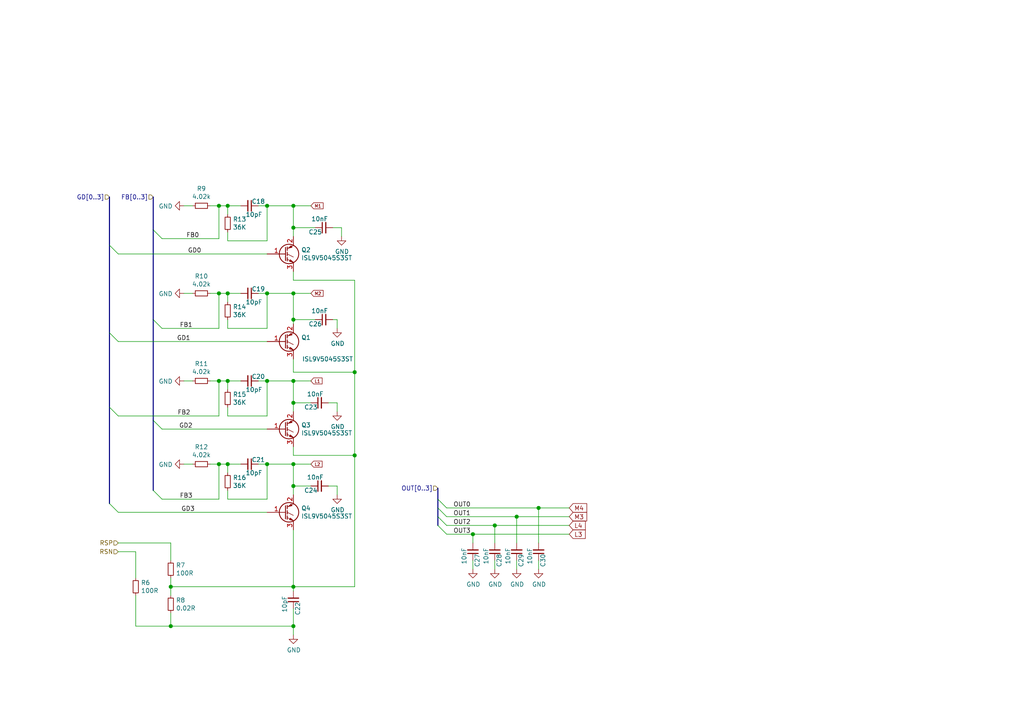
<source format=kicad_sch>
(kicad_sch (version 20230121) (generator eeschema)
  (paper "A4")
  (title_block (title "uEFI") (date "%%date%%") (rev "%%version%%") (company "Churrosoft") (comment 1 "MIT Licence"))
  (lib_symbols
    (symbol "Device:C_Small" (pin_numbers hide) (pin_names (offset 0.254) hide)
      (property "Reference" "C" (at 0.254 1.778 0))
      (property "Value" "C_Small" (at 0.254 -2.032 0))
      (symbol "C_Small_0_1"
        (polyline (pts (xy -1.524 -0.508) (xy 1.524 -0.508)) (stroke (width 0.3302)))
        (polyline (pts (xy -1.524 0.508) (xy 1.524 0.508)) (stroke (width 0.3048)))
      )
      (symbol "C_Small_1_1"
        (pin passive line (at 0 2.54 270) (length 2.032) (name "~") (number "1"))
        (pin passive line (at 0 -2.54 90) (length 2.032) (name "~") (number "2"))
      )
    )
    (symbol "Device:Q_NIGBT_GCE" (pin_names (offset 0) hide)
      (property "Reference" "Q" (at 5.08 1.27 0))
      (property "Value" "Q_NIGBT_GCE" (at 5.08 -1.27 0))
      (symbol "Q_NIGBT_GCE_0_1"
        (polyline (pts (xy 0.762 -1.016) (xy 0.762 -2.032)) (stroke (width 0.254)))
        (polyline (pts (xy 0.762 0.508) (xy 0.762 -0.508)) (stroke (width 0.254)))
        (polyline (pts (xy 0.762 2.032) (xy 0.762 1.016)) (stroke (width 0.254)))
        (polyline (pts (xy 2.54 -2.413) (xy 0.762 -1.524)))
        (polyline (pts (xy 2.54 -0.889) (xy 0.762 0)))
        (polyline (pts (xy 2.54 2.413) (xy 0.762 1.524)))
        (polyline (pts (xy 0.254 1.905) (xy 0.254 -1.905) (xy 0.254 -1.905)) (stroke (width 0.254)))
        (polyline (pts (xy 1.397 -2.159) (xy 1.651 -1.651) (xy 2.54 -2.413) (xy 1.397 -2.159)) (fill (type outline)))
        (polyline (pts (xy 2.159 1.905) (xy 1.905 2.413) (xy 1.016 1.651) (xy 2.159 1.905)) (fill (type outline)))
        (circle (center 1.27 0) (radius 2.8194) (stroke (width 0.254)))
      )
      (symbol "Q_NIGBT_GCE_1_1"
        (pin input line (at -5.08 0 0) (length 5.334) (name "G") (number "1"))
        (pin passive line (at 2.54 5.08 270) (length 2.54) (name "C") (number "2"))
        (pin passive line (at 2.54 -5.08 90) (length 2.54) (name "E") (number "3"))
      )
    )
    (symbol "Device:R_Small" (pin_numbers hide) (pin_names (offset 0.254) hide)
      (property "Reference" "R" (at 0.762 0.508 0))
      (property "Value" "R_Small" (at 0.762 -1.016 0))
      (symbol "R_Small_0_1"
        (rectangle (start -0.762 1.778) (end 0.762 -1.778) (stroke (width 0.2032)))
      )
      (symbol "R_Small_1_1"
        (pin passive line (at 0 2.54 270) (length 0.762) (name "~") (number "1"))
        (pin passive line (at 0 -2.54 90) (length 0.762) (name "~") (number "2"))
      )
    )
    (symbol "power:GND" (power) (pin_names (offset 0))
      (property "Value" "GND" (at 0 -3.81 0))
      (symbol "GND_0_1"
        (polyline (pts (xy 0 0) (xy 0 -1.27) (xy 1.27 -1.27) (xy 0 -2.54) (xy -1.27 -1.27) (xy 0 -1.27)))
      )
      (symbol "GND_1_1"
        (pin power_in line (at 0 0 270) (length 0) hide (name "GND") (number "1"))
      )
    )
  )
  (junction (at 85.09 66.04) (diameter 1.016))
  (junction (at 49.53 170.18) (diameter 1.016))
  (junction (at 66.04 134.62) (diameter 1.016))
  (junction (at 85.09 85.09) (diameter 1.016))
  (junction (at 102.87 107.95) (diameter 1.016))
  (junction (at 63.5 59.69) (diameter 1.016))
  (junction (at 85.09 140.97) (diameter 1.016))
  (junction (at 77.47 59.69) (diameter 1.016))
  (junction (at 102.87 132.08) (diameter 1.016))
  (junction (at 77.47 110.49) (diameter 1.016))
  (junction (at 77.47 85.09) (diameter 1.016))
  (junction (at 85.09 116.84) (diameter 1.016))
  (junction (at 66.04 110.49) (diameter 1.016))
  (junction (at 66.04 85.09) (diameter 1.016))
  (junction (at 85.09 92.71) (diameter 1.016))
  (junction (at 156.21 147.32) (diameter 1.016))
  (junction (at 63.5 134.62) (diameter 1.016))
  (junction (at 137.16 154.94) (diameter 1.016))
  (junction (at 66.04 59.69) (diameter 1.016))
  (junction (at 85.09 170.18) (diameter 1.016))
  (junction (at 85.09 59.69) (diameter 1.016))
  (junction (at 85.09 181.61) (diameter 1.016))
  (junction (at 149.86 149.86) (diameter 1.016))
  (junction (at 143.51 152.4) (diameter 1.016))
  (junction (at 63.5 110.49) (diameter 1.016))
  (junction (at 63.5 85.09) (diameter 1.016))
  (junction (at 49.53 181.61) (diameter 1.016))
  (junction (at 77.47 134.62) (diameter 1.016))
  (junction (at 85.09 110.49) (diameter 1.016))
  (junction (at 85.09 134.62) (diameter 1.016))
  (bus_entry (at 44.45 121.92) (size 2.54 2.54) (stroke (width 0.1524)))
  (bus_entry (at 44.45 66.675) (size 2.54 2.54) (stroke (width 0.1524)))
  (bus_entry (at 44.45 142.24) (size 2.54 2.54) (stroke (width 0.1524)))
  (bus_entry (at 31.75 96.52) (size 2.54 2.54) (stroke (width 0.1524)))
  (bus_entry (at 127 152.4) (size 2.54 2.54) (stroke (width 0.1524)))
  (bus_entry (at 31.75 146.05) (size 2.54 2.54) (stroke (width 0.1524)))
  (bus_entry (at 127 144.78) (size 2.54 2.54) (stroke (width 0.1524)))
  (bus_entry (at 31.75 71.12) (size 2.54 2.54) (stroke (width 0.1524)))
  (bus_entry (at 31.75 118.11) (size 2.54 2.54) (stroke (width 0.1524)))
  (bus_entry (at 127 149.86) (size 2.54 2.54) (stroke (width 0.1524)))
  (bus_entry (at 127 147.32) (size 2.54 2.54) (stroke (width 0.1524)))
  (bus_entry (at 44.45 92.71) (size 2.54 2.54) (stroke (width 0.1524)))
  (wire (pts (xy 63.5 85.09) (xy 63.5 95.25)))
  (wire (pts (xy 77.47 144.78) (xy 66.04 144.78)))
  (bus (pts (xy 44.45 92.71) (xy 44.45 121.92)))
  (wire (pts (xy 66.04 137.16) (xy 66.04 134.62)))
  (wire (pts (xy 129.54 154.94) (xy 137.16 154.94)))
  (wire (pts (xy 137.16 154.94) (xy 165.1 154.94)))
  (wire (pts (xy 85.09 104.14) (xy 85.09 107.95)))
  (wire (pts (xy 66.04 134.62) (xy 69.85 134.62)))
  (wire (pts (xy 85.09 110.49) (xy 85.09 116.84)))
  (wire (pts (xy 34.29 148.59) (xy 77.47 148.59)))
  (bus (pts (xy 127 141.605) (xy 127 144.78)))
  (bus (pts (xy 44.45 121.92) (xy 44.45 142.24)))
  (wire (pts (xy 39.37 181.61) (xy 49.53 181.61)))
  (bus (pts (xy 31.75 118.11) (xy 31.75 146.05)))
  (wire (pts (xy 99.06 66.04) (xy 99.06 68.58)))
  (wire (pts (xy 77.47 95.25) (xy 66.04 95.25)))
  (wire (pts (xy 156.21 147.32) (xy 165.1 147.32)))
  (wire (pts (xy 156.21 147.32) (xy 156.21 157.48)))
  (wire (pts (xy 66.04 62.23) (xy 66.04 59.69)))
  (wire (pts (xy 60.96 134.62) (xy 63.5 134.62)))
  (wire (pts (xy 95.25 140.97) (xy 97.79 140.97)))
  (wire (pts (xy 60.96 59.69) (xy 63.5 59.69)))
  (wire (pts (xy 102.87 107.95) (xy 102.87 132.08)))
  (wire (pts (xy 91.44 66.04) (xy 85.09 66.04)))
  (wire (pts (xy 49.53 170.18) (xy 85.09 170.18)))
  (wire (pts (xy 77.47 134.62) (xy 77.47 144.78)))
  (wire (pts (xy 46.99 144.78) (xy 63.5 144.78)))
  (wire (pts (xy 85.09 140.97) (xy 85.09 143.51)))
  (wire (pts (xy 66.04 95.25) (xy 66.04 92.71)))
  (wire (pts (xy 77.47 59.69) (xy 85.09 59.69)))
  (wire (pts (xy 97.79 140.97) (xy 97.79 143.51)))
  (wire (pts (xy 85.09 129.54) (xy 85.09 132.08)))
  (bus (pts (xy 44.45 66.675) (xy 44.45 92.71)))
  (wire (pts (xy 63.5 134.62) (xy 66.04 134.62)))
  (wire (pts (xy 53.34 85.09) (xy 55.88 85.09)))
  (wire (pts (xy 85.09 134.62) (xy 85.09 140.97)))
  (wire (pts (xy 63.5 110.49) (xy 66.04 110.49)))
  (wire (pts (xy 63.5 110.49) (xy 63.5 120.65)))
  (wire (pts (xy 63.5 85.09) (xy 66.04 85.09)))
  (wire (pts (xy 85.09 66.04) (xy 85.09 68.58)))
  (wire (pts (xy 66.04 69.85) (xy 66.04 67.31)))
  (wire (pts (xy 46.99 69.215) (xy 63.5 69.215)))
  (wire (pts (xy 77.47 59.69) (xy 77.47 69.85)))
  (bus (pts (xy 127 149.86) (xy 127 152.4)))
  (wire (pts (xy 85.09 181.61) (xy 85.09 184.15)))
  (wire (pts (xy 49.53 167.64) (xy 49.53 170.18)))
  (wire (pts (xy 85.09 116.84) (xy 85.09 119.38)))
  (wire (pts (xy 137.16 162.56) (xy 137.16 165.1)))
  (wire (pts (xy 53.34 110.49) (xy 55.88 110.49)))
  (wire (pts (xy 85.09 78.74) (xy 85.09 81.28)))
  (wire (pts (xy 102.87 81.28) (xy 102.87 107.95)))
  (wire (pts (xy 143.51 152.4) (xy 165.1 152.4)))
  (wire (pts (xy 149.86 149.86) (xy 149.86 157.48)))
  (wire (pts (xy 90.17 116.84) (xy 85.09 116.84)))
  (bus (pts (xy 31.75 57.15) (xy 31.75 71.12)))
  (wire (pts (xy 95.25 116.84) (xy 97.79 116.84)))
  (wire (pts (xy 91.44 92.71) (xy 85.09 92.71)))
  (wire (pts (xy 102.87 170.18) (xy 85.09 170.18)))
  (wire (pts (xy 85.09 59.69) (xy 90.17 59.69)))
  (wire (pts (xy 77.47 69.85) (xy 66.04 69.85)))
  (wire (pts (xy 39.37 172.72) (xy 39.37 181.61)))
  (wire (pts (xy 34.29 157.48) (xy 49.53 157.48)))
  (wire (pts (xy 66.04 85.09) (xy 69.85 85.09)))
  (wire (pts (xy 63.5 59.69) (xy 66.04 59.69)))
  (wire (pts (xy 102.87 132.08) (xy 102.87 170.18)))
  (wire (pts (xy 49.53 177.8) (xy 49.53 181.61)))
  (wire (pts (xy 63.5 134.62) (xy 63.5 144.78)))
  (wire (pts (xy 60.96 85.09) (xy 63.5 85.09)))
  (wire (pts (xy 66.04 59.69) (xy 69.85 59.69)))
  (wire (pts (xy 49.53 157.48) (xy 49.53 162.56)))
  (wire (pts (xy 77.47 110.49) (xy 77.47 120.65)))
  (wire (pts (xy 34.29 120.65) (xy 63.5 120.65)))
  (bus (pts (xy 31.75 96.52) (xy 31.75 118.11)))
  (wire (pts (xy 85.09 134.62) (xy 90.17 134.62)))
  (wire (pts (xy 129.54 149.86) (xy 149.86 149.86)))
  (wire (pts (xy 46.99 95.25) (xy 63.5 95.25)))
  (wire (pts (xy 85.09 132.08) (xy 102.87 132.08)))
  (wire (pts (xy 85.09 176.53) (xy 85.09 181.61)))
  (wire (pts (xy 96.52 66.04) (xy 99.06 66.04)))
  (wire (pts (xy 137.16 154.94) (xy 137.16 157.48)))
  (wire (pts (xy 129.54 152.4) (xy 143.51 152.4)))
  (wire (pts (xy 66.04 87.63) (xy 66.04 85.09)))
  (wire (pts (xy 85.09 85.09) (xy 85.09 92.71)))
  (wire (pts (xy 34.29 99.06) (xy 77.47 99.06)))
  (wire (pts (xy 77.47 85.09) (xy 77.47 95.25)))
  (wire (pts (xy 85.09 92.71) (xy 85.09 93.98)))
  (wire (pts (xy 97.79 92.71) (xy 97.79 95.25)))
  (wire (pts (xy 85.09 170.18) (xy 85.09 171.45)))
  (wire (pts (xy 66.04 144.78) (xy 66.04 142.24)))
  (wire (pts (xy 97.79 116.84) (xy 97.79 119.38)))
  (wire (pts (xy 53.34 134.62) (xy 55.88 134.62)))
  (wire (pts (xy 85.09 110.49) (xy 90.17 110.49)))
  (wire (pts (xy 149.86 149.86) (xy 165.1 149.86)))
  (bus (pts (xy 44.45 57.15) (xy 44.45 66.675)))
  (wire (pts (xy 49.53 181.61) (xy 85.09 181.61)))
  (wire (pts (xy 66.04 120.65) (xy 66.04 118.11)))
  (wire (pts (xy 66.04 110.49) (xy 69.85 110.49)))
  (wire (pts (xy 156.21 162.56) (xy 156.21 165.1)))
  (wire (pts (xy 77.47 134.62) (xy 85.09 134.62)))
  (wire (pts (xy 49.53 170.18) (xy 49.53 172.72)))
  (wire (pts (xy 39.37 160.02) (xy 39.37 167.64)))
  (wire (pts (xy 34.29 160.02) (xy 39.37 160.02)))
  (wire (pts (xy 46.99 124.46) (xy 77.47 124.46)))
  (wire (pts (xy 34.29 73.66) (xy 77.47 73.66)))
  (wire (pts (xy 143.51 162.56) (xy 143.51 165.1)))
  (wire (pts (xy 66.04 113.03) (xy 66.04 110.49)))
  (bus (pts (xy 127 144.78) (xy 127 147.32)))
  (wire (pts (xy 77.47 134.62) (xy 74.93 134.62)))
  (wire (pts (xy 85.09 107.95) (xy 102.87 107.95)))
  (bus (pts (xy 127 147.32) (xy 127 149.86)))
  (wire (pts (xy 60.96 110.49) (xy 63.5 110.49)))
  (wire (pts (xy 85.09 85.09) (xy 90.17 85.09)))
  (wire (pts (xy 77.47 59.69) (xy 74.93 59.69)))
  (wire (pts (xy 149.86 162.56) (xy 149.86 165.1)))
  (wire (pts (xy 77.47 110.49) (xy 85.09 110.49)))
  (wire (pts (xy 53.34 59.69) (xy 55.88 59.69)))
  (wire (pts (xy 129.54 147.32) (xy 156.21 147.32)))
  (wire (pts (xy 77.47 120.65) (xy 66.04 120.65)))
  (wire (pts (xy 85.09 81.28) (xy 102.87 81.28)))
  (wire (pts (xy 143.51 152.4) (xy 143.51 157.48)))
  (wire (pts (xy 90.17 140.97) (xy 85.09 140.97)))
  (wire (pts (xy 96.52 92.71) (xy 97.79 92.71)))
  (wire (pts (xy 63.5 59.69) (xy 63.5 69.215)))
  (wire (pts (xy 85.09 153.67) (xy 85.09 170.18)))
  (wire (pts (xy 77.47 85.09) (xy 74.93 85.09)))
  (wire (pts (xy 85.09 59.69) (xy 85.09 66.04)))
  (wire (pts (xy 77.47 110.49) (xy 74.93 110.49)))
  (bus (pts (xy 31.75 71.12) (xy 31.75 96.52)))
  (wire (pts (xy 77.47 85.09) (xy 85.09 85.09)))
  (label "FB3" (at 55.88 144.78 180))
  (label "OUT2" (at 136.525 152.4 180))
  (label "GD0" (at 58.42 73.66 180))
  (label "GD1" (at 55.245 99.06 180))
  (label "FB0" (at 57.785 69.215 180))
  (label "OUT3" (at 136.525 154.94 180))
  (label "GD2" (at 55.88 124.46 180))
  (label "OUT0" (at 136.525 147.32 180))
  (label "OUT1" (at 136.525 149.86 180))
  (label "GD3" (at 56.515 148.59 180))
  (label "FB1" (at 55.88 95.25 180))
  (label "FB2" (at 55.245 120.65 180))
  (global_label "L3" (shape input) (at 165.1 154.94 0) (property "Intersheetrefs" "${INTERSHEET_REFS}" (effects hide)))
  (global_label "L4" (shape input) (at 165.1 152.4 0) (property "Intersheetrefs" "${INTERSHEET_REFS}" (effects hide)))
  (global_label "L1" (shape input) (at 90.17 110.49 0) (effects (font (size 0.889 0.889))) (property "Intersheetrefs" "${INTERSHEET_REFS}" (effects hide)))
  (global_label "L2" (shape input) (at 90.17 134.62 0) (effects (font (size 0.889 0.889))) (property "Intersheetrefs" "${INTERSHEET_REFS}" (effects hide)))
  (global_label "M2" (shape input) (at 90.17 85.09 0) (effects (font (size 0.889 0.889))) (property "Intersheetrefs" "${INTERSHEET_REFS}" (effects hide)))
  (global_label "M1" (shape input) (at 90.17 59.69 0) (effects (font (size 0.889 0.889))) (property "Intersheetrefs" "${INTERSHEET_REFS}" (effects hide)))
  (global_label "M3" (shape input) (at 165.1 149.86 0) (property "Intersheetrefs" "${INTERSHEET_REFS}" (effects hide)))
  (global_label "M4" (shape input) (at 165.1 147.32 0) (property "Intersheetrefs" "${INTERSHEET_REFS}" (effects hide)))
  (hierarchical_label "GD[0..3]" (shape input) (at 31.75 57.15 180))
  (hierarchical_label "RSN" (shape input) (at 34.29 160.02 180))
  (hierarchical_label "FB[0..3]" (shape input) (at 44.45 57.15 180))
  (hierarchical_label "RSP" (shape input) (at 34.29 157.48 180))
  (hierarchical_label "OUT[0..3]" (shape input) (at 127 141.605 180))
  (symbol (lib_id "Device:R_Small") (at 66.04 64.77 0) (unit 1)
    (property "Reference" "R13" (at 67.5386 63.6016 0) (effects (justify left)))
    (property "Value" "36K" (at 67.5386 65.913 0) (effects (justify left)))
    (property "Footprint" "Resistor_SMD:R_0603_1608Metric" (effects hide))
    (property "LCSC" "C17501" (effects hide))
  )
  (symbol (lib_id "Device:C_Small") (at 72.39 59.69 270) (mirror x) (unit 1)
    (property "Reference" "C18" (at 74.93 58.42 90))
    (property "Value" "10pF" (at 73.66 62.23 90))
    (property "Footprint" "Capacitor_SMD:C_0603_1608Metric" (effects hide))
    (property "LCSC" "C49678" (effects hide))
  )
  (symbol (lib_id "power:GND") (at 53.34 59.69 270) (unit 1)
    (property "Reference" "#PWR0124" (effects hide))
    (property "Value" "GND" (at 50.0888 59.817 90) (effects (justify right)))
  )
  (symbol (lib_id "Device:R_Small") (at 49.53 165.1 180) (unit 1)
    (property "Reference" "R7" (at 51.0286 163.9316 0) (effects (justify right)))
    (property "Value" "100R" (at 51.0286 166.243 0) (effects (justify right)))
    (property "Footprint" "Resistor_SMD:R_0603_1608Metric" (effects hide))
    (property "LCSC" "C17638" (effects hide))
  )
  (symbol (lib_id "Device:R_Small") (at 49.53 175.26 0) (unit 1)
    (property "Reference" "R8" (at 51.0286 174.0916 0) (effects (justify left)))
    (property "Value" "0.02R" (at 51.0286 176.403 0) (effects (justify left)))
    (property "Footprint" "Resistor_SMD:R_2512_6332Metric" (effects hide))
    (property "LCSC" "C23179" (effects hide))
  )
  (symbol (lib_id "power:GND") (at 53.34 85.09 270) (unit 1)
    (property "Reference" "#PWR0125" (effects hide))
    (property "Value" "GND" (at 50.0888 85.217 90) (effects (justify right)))
  )
  (symbol (lib_id "Device:Q_NIGBT_GCE") (at 82.55 99.06 0) (unit 1)
    (property "Reference" "Q1" (at 87.376 97.8916 0) (effects (justify left)))
    (property "Value" "ISL9V5045S3ST" (at 87.63 104.14 0) (effects (justify left)))
    (property "Footprint" "Package_TO_SOT_SMD:TO-263-2" (effects hide))
    (property "LCSC" "C347475" (effects hide))
  )
  (symbol (lib_id "power:GND") (at 53.34 110.49 270) (unit 1)
    (property "Reference" "#PWR0126" (effects hide))
    (property "Value" "GND" (at 50.0888 110.617 90) (effects (justify right)))
  )
  (symbol (lib_id "Device:Q_NIGBT_GCE") (at 82.55 124.46 0) (unit 1)
    (property "Reference" "Q3" (at 87.376 123.2916 0) (effects (justify left)))
    (property "Value" "ISL9V5045S3ST" (at 87.376 125.603 0) (effects (justify left)))
    (property "Footprint" "Package_TO_SOT_SMD:TO-263-2" (effects hide))
    (property "LCSC" "C347475" (effects hide))
  )
  (symbol (lib_id "Device:R_Small") (at 58.42 134.62 90) (unit 1)
    (property "Reference" "R12" (at 58.42 129.6416 90))
    (property "Value" "4.02k" (at 58.42 131.953 90))
    (property "Footprint" "Resistor_SMD:R_0603_1608Metric" (effects hide))
    (property "LCSC" "C22908" (effects hide))
  )
  (symbol (lib_id "power:GND") (at 53.34 134.62 270) (unit 1)
    (property "Reference" "#PWR0127" (effects hide))
    (property "Value" "GND" (at 50.0888 134.747 90) (effects (justify right)))
  )
  (symbol (lib_id "Device:Q_NIGBT_GCE") (at 82.55 148.59 0) (unit 1)
    (property "Reference" "Q4" (at 87.376 147.4216 0) (effects (justify left)))
    (property "Value" "ISL9V5045S3ST" (at 87.376 149.733 0) (effects (justify left)))
    (property "Footprint" "Package_TO_SOT_SMD:TO-263-2" (effects hide))
    (property "LCSC" "C347475" (effects hide))
  )
  (symbol (lib_id "Device:C_Small") (at 85.09 173.99 0) (mirror x) (unit 1)
    (property "Reference" "C22" (at 86.36 176.53 90))
    (property "Value" "10pF" (at 82.55 175.26 90))
    (property "Footprint" "Capacitor_SMD:C_0603_1608Metric" (effects hide))
    (property "LCSC" "C83170" (effects hide))
  )
  (symbol (lib_id "power:GND") (at 85.09 184.15 0) (unit 1)
    (property "Reference" "#PWR0128" (effects hide))
    (property "Value" "GND" (at 85.217 188.5442 0))
  )
  (symbol (lib_id "Device:C_Small") (at 93.98 66.04 90) (mirror x) (unit 1)
    (property "Reference" "C25" (at 91.44 67.31 90))
    (property "Value" "10nF" (at 92.71 63.5 90))
    (property "Footprint" "Capacitor_SMD:C_0603_1608Metric" (effects hide))
    (property "LCSC" "C49678" (effects hide))
  )
  (symbol (lib_id "power:GND") (at 97.79 143.51 0) (unit 1)
    (property "Reference" "#PWR03" (effects hide))
    (property "Value" "GND" (at 97.917 147.9042 0))
  )
  (symbol (lib_id "power:GND") (at 97.79 119.38 0) (unit 1)
    (property "Reference" "#PWR02" (effects hide))
    (property "Value" "GND" (at 97.917 123.7742 0))
  )
  (symbol (lib_id "power:GND") (at 97.79 95.25 0) (unit 1)
    (property "Reference" "#PWR01" (effects hide))
    (property "Value" "GND" (at 97.917 99.6442 0))
  )
  (symbol (lib_id "power:GND") (at 99.06 68.58 0) (unit 1)
    (property "Reference" "#PWR04" (effects hide))
    (property "Value" "GND" (at 99.187 72.9742 0))
  )
  (symbol (lib_id "power:GND") (at 137.16 165.1 0) (unit 1)
    (property "Reference" "#PWR05" (effects hide))
    (property "Value" "GND" (at 137.287 169.4942 0))
  )
  (symbol (lib_id "power:GND") (at 143.51 165.1 0) (unit 1)
    (property "Reference" "#PWR06" (effects hide))
    (property "Value" "GND" (at 143.637 169.4942 0))
  )
  (symbol (lib_id "power:GND") (at 149.86 165.1 0) (unit 1)
    (property "Reference" "#PWR07" (effects hide))
    (property "Value" "GND" (at 149.987 169.4942 0))
  )
  (symbol (lib_id "power:GND") (at 156.21 165.1 0) (unit 1)
    (property "Reference" "#PWR08" (effects hide))
    (property "Value" "GND" (at 156.337 169.4942 0))
  )
  (symbol (lib_id "Device:C_Small") (at 93.98 92.71 90) (mirror x) (unit 1)
    (property "Reference" "C26" (at 91.44 93.98 90))
    (property "Value" "10nF" (at 92.71 90.17 90))
    (property "Footprint" "Capacitor_SMD:C_0603_1608Metric" (effects hide))
    (property "LCSC" "C21120" (effects hide))
  )
  (symbol (lib_id "Device:C_Small") (at 92.71 116.84 90) (mirror x) (unit 1)
    (property "Reference" "C23" (at 90.17 118.11 90))
    (property "Value" "10nF" (at 91.44 114.3 90))
    (property "Footprint" "Capacitor_SMD:C_0603_1608Metric" (effects hide))
    (property "LCSC" "C21120" (effects hide))
  )
  (symbol (lib_id "Device:C_Small") (at 92.71 140.97 90) (mirror x) (unit 1)
    (property "Reference" "C24" (at 90.17 142.24 90))
    (property "Value" "10nF" (at 91.44 138.43 90))
    (property "Footprint" "Capacitor_SMD:C_0603_1608Metric" (effects hide))
    (property "LCSC" "C49678" (effects hide))
  )
  (symbol (lib_id "Device:C_Small") (at 137.16 160.02 0) (mirror x) (unit 1)
    (property "Reference" "C27" (at 138.43 162.56 90))
    (property "Value" "10nF" (at 134.62 161.29 90))
    (property "Footprint" "Capacitor_SMD:C_0603_1608Metric" (effects hide))
    (property "LCSC" "C1567" (effects hide))
  )
  (symbol (lib_id "Device:C_Small") (at 143.51 160.02 0) (mirror x) (unit 1)
    (property "Reference" "C28" (at 144.78 162.56 90))
    (property "Value" "10nF" (at 140.97 161.29 90))
    (property "Footprint" "Capacitor_SMD:C_0603_1608Metric" (effects hide))
    (property "LCSC" "C1567" (effects hide))
  )
  (symbol (lib_id "Device:C_Small") (at 149.86 160.02 0) (mirror x) (unit 1)
    (property "Reference" "C29" (at 151.13 162.56 90))
    (property "Value" "10nF" (at 147.32 161.29 90))
    (property "Footprint" "Capacitor_SMD:C_0603_1608Metric" (effects hide))
    (property "LCSC" "C21120" (effects hide))
  )
  (symbol (lib_id "Device:C_Small") (at 156.21 160.02 0) (mirror x) (unit 1)
    (property "Reference" "C30" (at 157.48 162.56 90))
    (property "Value" "10nF" (at 153.67 161.29 90))
    (property "Footprint" "Capacitor_SMD:C_0603_1608Metric" (effects hide))
    (property "LCSC" "C49678" (effects hide))
  )
  (symbol (lib_id "Device:C_Small") (at 72.39 85.09 270) (mirror x) (unit 1)
    (property "Reference" "C19" (at 74.93 83.82 90))
    (property "Value" "10pF" (at 73.66 87.63 90))
    (property "Footprint" "Capacitor_SMD:C_0603_1608Metric" (effects hide))
    (property "LCSC" "C83170" (effects hide))
  )
  (symbol (lib_id "Device:C_Small") (at 72.39 110.49 270) (mirror x) (unit 1)
    (property "Reference" "C20" (at 74.93 109.22 90))
    (property "Value" "10pF" (at 73.66 113.03 90))
    (property "Footprint" "Capacitor_SMD:C_0603_1608Metric" (effects hide))
    (property "LCSC" "C21120" (effects hide))
  )
  (symbol (lib_id "Device:C_Small") (at 72.39 134.62 270) (mirror x) (unit 1)
    (property "Reference" "C21" (at 74.93 133.35 90))
    (property "Value" "10pF" (at 73.66 137.16 90))
    (property "Footprint" "Capacitor_SMD:C_0603_1608Metric" (effects hide))
    (property "LCSC" "C49678" (effects hide))
  )
  (symbol (lib_id "Device:R_Small") (at 66.04 90.17 0) (unit 1)
    (property "Reference" "R14" (at 67.5386 89.0016 0) (effects (justify left)))
    (property "Value" "36K" (at 67.5386 91.313 0) (effects (justify left)))
    (property "Footprint" "Resistor_SMD:R_0603_1608Metric" (effects hide))
    (property "LCSC" "C23179" (effects hide))
  )
  (symbol (lib_id "Device:R_Small") (at 66.04 115.57 0) (unit 1)
    (property "Reference" "R15" (at 67.5386 114.4016 0) (effects (justify left)))
    (property "Value" "36K" (at 67.5386 116.713 0) (effects (justify left)))
    (property "Footprint" "Resistor_SMD:R_0603_1608Metric" (effects hide))
    (property "LCSC" "C22908" (effects hide))
  )
  (symbol (lib_id "Device:R_Small") (at 66.04 139.7 0) (unit 1)
    (property "Reference" "R16" (at 67.5386 138.5316 0) (effects (justify left)))
    (property "Value" "36K" (at 67.5386 140.843 0) (effects (justify left)))
    (property "Footprint" "Resistor_SMD:R_0603_1608Metric" (effects hide))
    (property "LCSC" "C727998" (effects hide))
  )
  (symbol (lib_id "Device:R_Small") (at 58.42 110.49 90) (unit 1)
    (property "Reference" "R11" (at 58.42 105.5116 90))
    (property "Value" "4.02k" (at 58.42 107.823 90))
    (property "Footprint" "Resistor_SMD:R_0603_1608Metric" (effects hide))
    (property "LCSC" "C23179" (effects hide))
  )
  (symbol (lib_id "Device:R_Small") (at 58.42 85.09 90) (unit 1)
    (property "Reference" "R10" (at 58.42 80.1116 90))
    (property "Value" "4.02k" (at 58.42 82.423 90))
    (property "Footprint" "Resistor_SMD:R_0603_1608Metric" (effects hide))
    (property "LCSC" "C17501" (effects hide))
  )
  (symbol (lib_id "Device:R_Small") (at 58.42 59.69 90) (unit 1)
    (property "Reference" "R9" (at 58.42 54.7116 90))
    (property "Value" "4.02k" (at 58.42 57.023 90))
    (property "Footprint" "Resistor_SMD:R_0603_1608Metric" (effects hide))
    (property "LCSC" "C22908" (effects hide))
  )
  (symbol (lib_id "Device:R_Small") (at 39.37 170.18 180) (unit 1)
    (property "Reference" "R6" (at 40.8686 169.0116 0) (effects (justify right)))
    (property "Value" "100R" (at 40.8686 171.323 0) (effects (justify right)))
    (property "Footprint" "Resistor_SMD:R_0603_1608Metric" (effects hide))
    (property "LCSC" "C22908" (effects hide))
  )
  (symbol (lib_id "Device:Q_NIGBT_GCE") (at 82.55 73.66 0) (unit 1)
    (property "Reference" "Q2" (at 87.376 72.4916 0) (effects (justify left)))
    (property "Value" "ISL9V5045S3ST" (at 87.376 74.803 0) (effects (justify left)))
    (property "Footprint" "Package_TO_SOT_SMD:TO-263-2" (effects hide))
    (property "LCSC" "C347475" (effects hide))
  )
)
</source>
